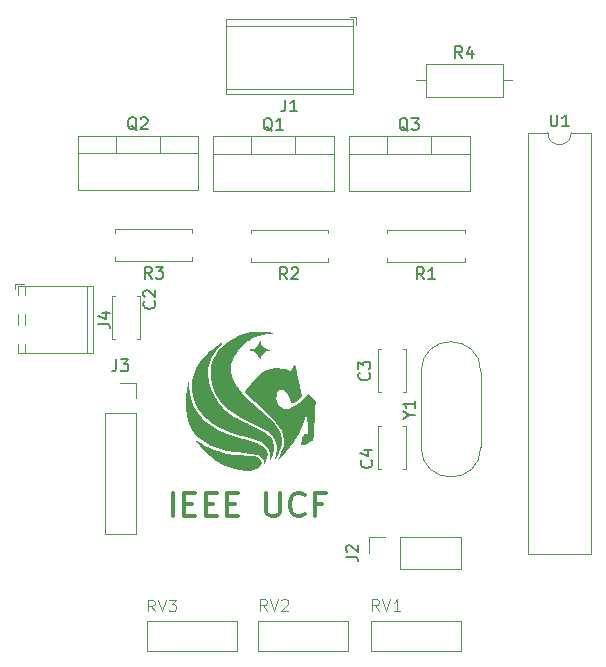
<source format=gbr>
%TF.GenerationSoftware,KiCad,Pcbnew,7.0.2*%
%TF.CreationDate,2023-06-27T07:08:14-04:00*%
%TF.ProjectId,RGB LED Controller,52474220-4c45-4442-9043-6f6e74726f6c,A*%
%TF.SameCoordinates,Original*%
%TF.FileFunction,Legend,Top*%
%TF.FilePolarity,Positive*%
%FSLAX46Y46*%
G04 Gerber Fmt 4.6, Leading zero omitted, Abs format (unit mm)*
G04 Created by KiCad (PCBNEW 7.0.2) date 2023-06-27 07:08:14*
%MOMM*%
%LPD*%
G01*
G04 APERTURE LIST*
%ADD10C,0.300000*%
%ADD11C,0.150000*%
%ADD12C,0.100000*%
%ADD13C,0.120000*%
G04 APERTURE END LIST*
D10*
X134076190Y-116055238D02*
X134076190Y-114055238D01*
X135028571Y-115007619D02*
X135695238Y-115007619D01*
X135980952Y-116055238D02*
X135028571Y-116055238D01*
X135028571Y-116055238D02*
X135028571Y-114055238D01*
X135028571Y-114055238D02*
X135980952Y-114055238D01*
X136838095Y-115007619D02*
X137504762Y-115007619D01*
X137790476Y-116055238D02*
X136838095Y-116055238D01*
X136838095Y-116055238D02*
X136838095Y-114055238D01*
X136838095Y-114055238D02*
X137790476Y-114055238D01*
X138647619Y-115007619D02*
X139314286Y-115007619D01*
X139600000Y-116055238D02*
X138647619Y-116055238D01*
X138647619Y-116055238D02*
X138647619Y-114055238D01*
X138647619Y-114055238D02*
X139600000Y-114055238D01*
X141980953Y-114055238D02*
X141980953Y-115674285D01*
X141980953Y-115674285D02*
X142076191Y-115864761D01*
X142076191Y-115864761D02*
X142171429Y-115960000D01*
X142171429Y-115960000D02*
X142361905Y-116055238D01*
X142361905Y-116055238D02*
X142742858Y-116055238D01*
X142742858Y-116055238D02*
X142933334Y-115960000D01*
X142933334Y-115960000D02*
X143028572Y-115864761D01*
X143028572Y-115864761D02*
X143123810Y-115674285D01*
X143123810Y-115674285D02*
X143123810Y-114055238D01*
X145219048Y-115864761D02*
X145123810Y-115960000D01*
X145123810Y-115960000D02*
X144838096Y-116055238D01*
X144838096Y-116055238D02*
X144647620Y-116055238D01*
X144647620Y-116055238D02*
X144361905Y-115960000D01*
X144361905Y-115960000D02*
X144171429Y-115769523D01*
X144171429Y-115769523D02*
X144076191Y-115579047D01*
X144076191Y-115579047D02*
X143980953Y-115198095D01*
X143980953Y-115198095D02*
X143980953Y-114912380D01*
X143980953Y-114912380D02*
X144076191Y-114531428D01*
X144076191Y-114531428D02*
X144171429Y-114340952D01*
X144171429Y-114340952D02*
X144361905Y-114150476D01*
X144361905Y-114150476D02*
X144647620Y-114055238D01*
X144647620Y-114055238D02*
X144838096Y-114055238D01*
X144838096Y-114055238D02*
X145123810Y-114150476D01*
X145123810Y-114150476D02*
X145219048Y-114245714D01*
X146742858Y-115007619D02*
X146076191Y-115007619D01*
X146076191Y-116055238D02*
X146076191Y-114055238D01*
X146076191Y-114055238D02*
X147028572Y-114055238D01*
D11*
%TO.C,U1*%
X166048095Y-82052619D02*
X166048095Y-82862142D01*
X166048095Y-82862142D02*
X166095714Y-82957380D01*
X166095714Y-82957380D02*
X166143333Y-83005000D01*
X166143333Y-83005000D02*
X166238571Y-83052619D01*
X166238571Y-83052619D02*
X166429047Y-83052619D01*
X166429047Y-83052619D02*
X166524285Y-83005000D01*
X166524285Y-83005000D02*
X166571904Y-82957380D01*
X166571904Y-82957380D02*
X166619523Y-82862142D01*
X166619523Y-82862142D02*
X166619523Y-82052619D01*
X167619523Y-83052619D02*
X167048095Y-83052619D01*
X167333809Y-83052619D02*
X167333809Y-82052619D01*
X167333809Y-82052619D02*
X167238571Y-82195476D01*
X167238571Y-82195476D02*
X167143333Y-82290714D01*
X167143333Y-82290714D02*
X167048095Y-82338333D01*
%TO.C,R1*%
X155333333Y-95992619D02*
X155000000Y-95516428D01*
X154761905Y-95992619D02*
X154761905Y-94992619D01*
X154761905Y-94992619D02*
X155142857Y-94992619D01*
X155142857Y-94992619D02*
X155238095Y-95040238D01*
X155238095Y-95040238D02*
X155285714Y-95087857D01*
X155285714Y-95087857D02*
X155333333Y-95183095D01*
X155333333Y-95183095D02*
X155333333Y-95325952D01*
X155333333Y-95325952D02*
X155285714Y-95421190D01*
X155285714Y-95421190D02*
X155238095Y-95468809D01*
X155238095Y-95468809D02*
X155142857Y-95516428D01*
X155142857Y-95516428D02*
X154761905Y-95516428D01*
X156285714Y-95992619D02*
X155714286Y-95992619D01*
X156000000Y-95992619D02*
X156000000Y-94992619D01*
X156000000Y-94992619D02*
X155904762Y-95135476D01*
X155904762Y-95135476D02*
X155809524Y-95230714D01*
X155809524Y-95230714D02*
X155714286Y-95278333D01*
%TO.C,C3*%
X150687380Y-103916666D02*
X150735000Y-103964285D01*
X150735000Y-103964285D02*
X150782619Y-104107142D01*
X150782619Y-104107142D02*
X150782619Y-104202380D01*
X150782619Y-104202380D02*
X150735000Y-104345237D01*
X150735000Y-104345237D02*
X150639761Y-104440475D01*
X150639761Y-104440475D02*
X150544523Y-104488094D01*
X150544523Y-104488094D02*
X150354047Y-104535713D01*
X150354047Y-104535713D02*
X150211190Y-104535713D01*
X150211190Y-104535713D02*
X150020714Y-104488094D01*
X150020714Y-104488094D02*
X149925476Y-104440475D01*
X149925476Y-104440475D02*
X149830238Y-104345237D01*
X149830238Y-104345237D02*
X149782619Y-104202380D01*
X149782619Y-104202380D02*
X149782619Y-104107142D01*
X149782619Y-104107142D02*
X149830238Y-103964285D01*
X149830238Y-103964285D02*
X149877857Y-103916666D01*
X149782619Y-103583332D02*
X149782619Y-102964285D01*
X149782619Y-102964285D02*
X150163571Y-103297618D01*
X150163571Y-103297618D02*
X150163571Y-103154761D01*
X150163571Y-103154761D02*
X150211190Y-103059523D01*
X150211190Y-103059523D02*
X150258809Y-103011904D01*
X150258809Y-103011904D02*
X150354047Y-102964285D01*
X150354047Y-102964285D02*
X150592142Y-102964285D01*
X150592142Y-102964285D02*
X150687380Y-103011904D01*
X150687380Y-103011904D02*
X150735000Y-103059523D01*
X150735000Y-103059523D02*
X150782619Y-103154761D01*
X150782619Y-103154761D02*
X150782619Y-103440475D01*
X150782619Y-103440475D02*
X150735000Y-103535713D01*
X150735000Y-103535713D02*
X150687380Y-103583332D01*
%TO.C,J3*%
X129286666Y-102772619D02*
X129286666Y-103486904D01*
X129286666Y-103486904D02*
X129239047Y-103629761D01*
X129239047Y-103629761D02*
X129143809Y-103725000D01*
X129143809Y-103725000D02*
X129000952Y-103772619D01*
X129000952Y-103772619D02*
X128905714Y-103772619D01*
X129667619Y-102772619D02*
X130286666Y-102772619D01*
X130286666Y-102772619D02*
X129953333Y-103153571D01*
X129953333Y-103153571D02*
X130096190Y-103153571D01*
X130096190Y-103153571D02*
X130191428Y-103201190D01*
X130191428Y-103201190D02*
X130239047Y-103248809D01*
X130239047Y-103248809D02*
X130286666Y-103344047D01*
X130286666Y-103344047D02*
X130286666Y-103582142D01*
X130286666Y-103582142D02*
X130239047Y-103677380D01*
X130239047Y-103677380D02*
X130191428Y-103725000D01*
X130191428Y-103725000D02*
X130096190Y-103772619D01*
X130096190Y-103772619D02*
X129810476Y-103772619D01*
X129810476Y-103772619D02*
X129715238Y-103725000D01*
X129715238Y-103725000D02*
X129667619Y-103677380D01*
%TO.C,Q3*%
X153984761Y-83447857D02*
X153889523Y-83400238D01*
X153889523Y-83400238D02*
X153794285Y-83305000D01*
X153794285Y-83305000D02*
X153651428Y-83162142D01*
X153651428Y-83162142D02*
X153556190Y-83114523D01*
X153556190Y-83114523D02*
X153460952Y-83114523D01*
X153508571Y-83352619D02*
X153413333Y-83305000D01*
X153413333Y-83305000D02*
X153318095Y-83209761D01*
X153318095Y-83209761D02*
X153270476Y-83019285D01*
X153270476Y-83019285D02*
X153270476Y-82685952D01*
X153270476Y-82685952D02*
X153318095Y-82495476D01*
X153318095Y-82495476D02*
X153413333Y-82400238D01*
X153413333Y-82400238D02*
X153508571Y-82352619D01*
X153508571Y-82352619D02*
X153699047Y-82352619D01*
X153699047Y-82352619D02*
X153794285Y-82400238D01*
X153794285Y-82400238D02*
X153889523Y-82495476D01*
X153889523Y-82495476D02*
X153937142Y-82685952D01*
X153937142Y-82685952D02*
X153937142Y-83019285D01*
X153937142Y-83019285D02*
X153889523Y-83209761D01*
X153889523Y-83209761D02*
X153794285Y-83305000D01*
X153794285Y-83305000D02*
X153699047Y-83352619D01*
X153699047Y-83352619D02*
X153508571Y-83352619D01*
X154270476Y-82352619D02*
X154889523Y-82352619D01*
X154889523Y-82352619D02*
X154556190Y-82733571D01*
X154556190Y-82733571D02*
X154699047Y-82733571D01*
X154699047Y-82733571D02*
X154794285Y-82781190D01*
X154794285Y-82781190D02*
X154841904Y-82828809D01*
X154841904Y-82828809D02*
X154889523Y-82924047D01*
X154889523Y-82924047D02*
X154889523Y-83162142D01*
X154889523Y-83162142D02*
X154841904Y-83257380D01*
X154841904Y-83257380D02*
X154794285Y-83305000D01*
X154794285Y-83305000D02*
X154699047Y-83352619D01*
X154699047Y-83352619D02*
X154413333Y-83352619D01*
X154413333Y-83352619D02*
X154318095Y-83305000D01*
X154318095Y-83305000D02*
X154270476Y-83257380D01*
%TO.C,J1*%
X143596666Y-80782619D02*
X143596666Y-81496904D01*
X143596666Y-81496904D02*
X143549047Y-81639761D01*
X143549047Y-81639761D02*
X143453809Y-81735000D01*
X143453809Y-81735000D02*
X143310952Y-81782619D01*
X143310952Y-81782619D02*
X143215714Y-81782619D01*
X144596666Y-81782619D02*
X144025238Y-81782619D01*
X144310952Y-81782619D02*
X144310952Y-80782619D01*
X144310952Y-80782619D02*
X144215714Y-80925476D01*
X144215714Y-80925476D02*
X144120476Y-81020714D01*
X144120476Y-81020714D02*
X144025238Y-81068333D01*
D12*
%TO.C,RV1*%
X151524761Y-124082619D02*
X151191428Y-123606428D01*
X150953333Y-124082619D02*
X150953333Y-123082619D01*
X150953333Y-123082619D02*
X151334285Y-123082619D01*
X151334285Y-123082619D02*
X151429523Y-123130238D01*
X151429523Y-123130238D02*
X151477142Y-123177857D01*
X151477142Y-123177857D02*
X151524761Y-123273095D01*
X151524761Y-123273095D02*
X151524761Y-123415952D01*
X151524761Y-123415952D02*
X151477142Y-123511190D01*
X151477142Y-123511190D02*
X151429523Y-123558809D01*
X151429523Y-123558809D02*
X151334285Y-123606428D01*
X151334285Y-123606428D02*
X150953333Y-123606428D01*
X151810476Y-123082619D02*
X152143809Y-124082619D01*
X152143809Y-124082619D02*
X152477142Y-123082619D01*
X153334285Y-124082619D02*
X152762857Y-124082619D01*
X153048571Y-124082619D02*
X153048571Y-123082619D01*
X153048571Y-123082619D02*
X152953333Y-123225476D01*
X152953333Y-123225476D02*
X152858095Y-123320714D01*
X152858095Y-123320714D02*
X152762857Y-123368333D01*
%TO.C,RV2*%
X142024761Y-124082619D02*
X141691428Y-123606428D01*
X141453333Y-124082619D02*
X141453333Y-123082619D01*
X141453333Y-123082619D02*
X141834285Y-123082619D01*
X141834285Y-123082619D02*
X141929523Y-123130238D01*
X141929523Y-123130238D02*
X141977142Y-123177857D01*
X141977142Y-123177857D02*
X142024761Y-123273095D01*
X142024761Y-123273095D02*
X142024761Y-123415952D01*
X142024761Y-123415952D02*
X141977142Y-123511190D01*
X141977142Y-123511190D02*
X141929523Y-123558809D01*
X141929523Y-123558809D02*
X141834285Y-123606428D01*
X141834285Y-123606428D02*
X141453333Y-123606428D01*
X142310476Y-123082619D02*
X142643809Y-124082619D01*
X142643809Y-124082619D02*
X142977142Y-123082619D01*
X143262857Y-123177857D02*
X143310476Y-123130238D01*
X143310476Y-123130238D02*
X143405714Y-123082619D01*
X143405714Y-123082619D02*
X143643809Y-123082619D01*
X143643809Y-123082619D02*
X143739047Y-123130238D01*
X143739047Y-123130238D02*
X143786666Y-123177857D01*
X143786666Y-123177857D02*
X143834285Y-123273095D01*
X143834285Y-123273095D02*
X143834285Y-123368333D01*
X143834285Y-123368333D02*
X143786666Y-123511190D01*
X143786666Y-123511190D02*
X143215238Y-124082619D01*
X143215238Y-124082619D02*
X143834285Y-124082619D01*
D11*
%TO.C,R2*%
X143753333Y-95992619D02*
X143420000Y-95516428D01*
X143181905Y-95992619D02*
X143181905Y-94992619D01*
X143181905Y-94992619D02*
X143562857Y-94992619D01*
X143562857Y-94992619D02*
X143658095Y-95040238D01*
X143658095Y-95040238D02*
X143705714Y-95087857D01*
X143705714Y-95087857D02*
X143753333Y-95183095D01*
X143753333Y-95183095D02*
X143753333Y-95325952D01*
X143753333Y-95325952D02*
X143705714Y-95421190D01*
X143705714Y-95421190D02*
X143658095Y-95468809D01*
X143658095Y-95468809D02*
X143562857Y-95516428D01*
X143562857Y-95516428D02*
X143181905Y-95516428D01*
X144134286Y-95087857D02*
X144181905Y-95040238D01*
X144181905Y-95040238D02*
X144277143Y-94992619D01*
X144277143Y-94992619D02*
X144515238Y-94992619D01*
X144515238Y-94992619D02*
X144610476Y-95040238D01*
X144610476Y-95040238D02*
X144658095Y-95087857D01*
X144658095Y-95087857D02*
X144705714Y-95183095D01*
X144705714Y-95183095D02*
X144705714Y-95278333D01*
X144705714Y-95278333D02*
X144658095Y-95421190D01*
X144658095Y-95421190D02*
X144086667Y-95992619D01*
X144086667Y-95992619D02*
X144705714Y-95992619D01*
%TO.C,Q1*%
X142484761Y-83447857D02*
X142389523Y-83400238D01*
X142389523Y-83400238D02*
X142294285Y-83305000D01*
X142294285Y-83305000D02*
X142151428Y-83162142D01*
X142151428Y-83162142D02*
X142056190Y-83114523D01*
X142056190Y-83114523D02*
X141960952Y-83114523D01*
X142008571Y-83352619D02*
X141913333Y-83305000D01*
X141913333Y-83305000D02*
X141818095Y-83209761D01*
X141818095Y-83209761D02*
X141770476Y-83019285D01*
X141770476Y-83019285D02*
X141770476Y-82685952D01*
X141770476Y-82685952D02*
X141818095Y-82495476D01*
X141818095Y-82495476D02*
X141913333Y-82400238D01*
X141913333Y-82400238D02*
X142008571Y-82352619D01*
X142008571Y-82352619D02*
X142199047Y-82352619D01*
X142199047Y-82352619D02*
X142294285Y-82400238D01*
X142294285Y-82400238D02*
X142389523Y-82495476D01*
X142389523Y-82495476D02*
X142437142Y-82685952D01*
X142437142Y-82685952D02*
X142437142Y-83019285D01*
X142437142Y-83019285D02*
X142389523Y-83209761D01*
X142389523Y-83209761D02*
X142294285Y-83305000D01*
X142294285Y-83305000D02*
X142199047Y-83352619D01*
X142199047Y-83352619D02*
X142008571Y-83352619D01*
X143389523Y-83352619D02*
X142818095Y-83352619D01*
X143103809Y-83352619D02*
X143103809Y-82352619D01*
X143103809Y-82352619D02*
X143008571Y-82495476D01*
X143008571Y-82495476D02*
X142913333Y-82590714D01*
X142913333Y-82590714D02*
X142818095Y-82638333D01*
%TO.C,Q2*%
X131024761Y-83392857D02*
X130929523Y-83345238D01*
X130929523Y-83345238D02*
X130834285Y-83250000D01*
X130834285Y-83250000D02*
X130691428Y-83107142D01*
X130691428Y-83107142D02*
X130596190Y-83059523D01*
X130596190Y-83059523D02*
X130500952Y-83059523D01*
X130548571Y-83297619D02*
X130453333Y-83250000D01*
X130453333Y-83250000D02*
X130358095Y-83154761D01*
X130358095Y-83154761D02*
X130310476Y-82964285D01*
X130310476Y-82964285D02*
X130310476Y-82630952D01*
X130310476Y-82630952D02*
X130358095Y-82440476D01*
X130358095Y-82440476D02*
X130453333Y-82345238D01*
X130453333Y-82345238D02*
X130548571Y-82297619D01*
X130548571Y-82297619D02*
X130739047Y-82297619D01*
X130739047Y-82297619D02*
X130834285Y-82345238D01*
X130834285Y-82345238D02*
X130929523Y-82440476D01*
X130929523Y-82440476D02*
X130977142Y-82630952D01*
X130977142Y-82630952D02*
X130977142Y-82964285D01*
X130977142Y-82964285D02*
X130929523Y-83154761D01*
X130929523Y-83154761D02*
X130834285Y-83250000D01*
X130834285Y-83250000D02*
X130739047Y-83297619D01*
X130739047Y-83297619D02*
X130548571Y-83297619D01*
X131358095Y-82392857D02*
X131405714Y-82345238D01*
X131405714Y-82345238D02*
X131500952Y-82297619D01*
X131500952Y-82297619D02*
X131739047Y-82297619D01*
X131739047Y-82297619D02*
X131834285Y-82345238D01*
X131834285Y-82345238D02*
X131881904Y-82392857D01*
X131881904Y-82392857D02*
X131929523Y-82488095D01*
X131929523Y-82488095D02*
X131929523Y-82583333D01*
X131929523Y-82583333D02*
X131881904Y-82726190D01*
X131881904Y-82726190D02*
X131310476Y-83297619D01*
X131310476Y-83297619D02*
X131929523Y-83297619D01*
%TO.C,C4*%
X150867380Y-111326666D02*
X150915000Y-111374285D01*
X150915000Y-111374285D02*
X150962619Y-111517142D01*
X150962619Y-111517142D02*
X150962619Y-111612380D01*
X150962619Y-111612380D02*
X150915000Y-111755237D01*
X150915000Y-111755237D02*
X150819761Y-111850475D01*
X150819761Y-111850475D02*
X150724523Y-111898094D01*
X150724523Y-111898094D02*
X150534047Y-111945713D01*
X150534047Y-111945713D02*
X150391190Y-111945713D01*
X150391190Y-111945713D02*
X150200714Y-111898094D01*
X150200714Y-111898094D02*
X150105476Y-111850475D01*
X150105476Y-111850475D02*
X150010238Y-111755237D01*
X150010238Y-111755237D02*
X149962619Y-111612380D01*
X149962619Y-111612380D02*
X149962619Y-111517142D01*
X149962619Y-111517142D02*
X150010238Y-111374285D01*
X150010238Y-111374285D02*
X150057857Y-111326666D01*
X150295952Y-110469523D02*
X150962619Y-110469523D01*
X149915000Y-110707618D02*
X150629285Y-110945713D01*
X150629285Y-110945713D02*
X150629285Y-110326666D01*
%TO.C,J4*%
X127742619Y-99763333D02*
X128456904Y-99763333D01*
X128456904Y-99763333D02*
X128599761Y-99810952D01*
X128599761Y-99810952D02*
X128695000Y-99906190D01*
X128695000Y-99906190D02*
X128742619Y-100049047D01*
X128742619Y-100049047D02*
X128742619Y-100144285D01*
X128075952Y-98858571D02*
X128742619Y-98858571D01*
X127695000Y-99096666D02*
X128409285Y-99334761D01*
X128409285Y-99334761D02*
X128409285Y-98715714D01*
%TO.C,C2*%
X132487380Y-97866666D02*
X132535000Y-97914285D01*
X132535000Y-97914285D02*
X132582619Y-98057142D01*
X132582619Y-98057142D02*
X132582619Y-98152380D01*
X132582619Y-98152380D02*
X132535000Y-98295237D01*
X132535000Y-98295237D02*
X132439761Y-98390475D01*
X132439761Y-98390475D02*
X132344523Y-98438094D01*
X132344523Y-98438094D02*
X132154047Y-98485713D01*
X132154047Y-98485713D02*
X132011190Y-98485713D01*
X132011190Y-98485713D02*
X131820714Y-98438094D01*
X131820714Y-98438094D02*
X131725476Y-98390475D01*
X131725476Y-98390475D02*
X131630238Y-98295237D01*
X131630238Y-98295237D02*
X131582619Y-98152380D01*
X131582619Y-98152380D02*
X131582619Y-98057142D01*
X131582619Y-98057142D02*
X131630238Y-97914285D01*
X131630238Y-97914285D02*
X131677857Y-97866666D01*
X131677857Y-97485713D02*
X131630238Y-97438094D01*
X131630238Y-97438094D02*
X131582619Y-97342856D01*
X131582619Y-97342856D02*
X131582619Y-97104761D01*
X131582619Y-97104761D02*
X131630238Y-97009523D01*
X131630238Y-97009523D02*
X131677857Y-96961904D01*
X131677857Y-96961904D02*
X131773095Y-96914285D01*
X131773095Y-96914285D02*
X131868333Y-96914285D01*
X131868333Y-96914285D02*
X132011190Y-96961904D01*
X132011190Y-96961904D02*
X132582619Y-97533332D01*
X132582619Y-97533332D02*
X132582619Y-96914285D01*
%TO.C,J2*%
X148732619Y-119493333D02*
X149446904Y-119493333D01*
X149446904Y-119493333D02*
X149589761Y-119540952D01*
X149589761Y-119540952D02*
X149685000Y-119636190D01*
X149685000Y-119636190D02*
X149732619Y-119779047D01*
X149732619Y-119779047D02*
X149732619Y-119874285D01*
X148827857Y-119064761D02*
X148780238Y-119017142D01*
X148780238Y-119017142D02*
X148732619Y-118921904D01*
X148732619Y-118921904D02*
X148732619Y-118683809D01*
X148732619Y-118683809D02*
X148780238Y-118588571D01*
X148780238Y-118588571D02*
X148827857Y-118540952D01*
X148827857Y-118540952D02*
X148923095Y-118493333D01*
X148923095Y-118493333D02*
X149018333Y-118493333D01*
X149018333Y-118493333D02*
X149161190Y-118540952D01*
X149161190Y-118540952D02*
X149732619Y-119112380D01*
X149732619Y-119112380D02*
X149732619Y-118493333D01*
%TO.C,R4*%
X158573333Y-77252619D02*
X158240000Y-76776428D01*
X158001905Y-77252619D02*
X158001905Y-76252619D01*
X158001905Y-76252619D02*
X158382857Y-76252619D01*
X158382857Y-76252619D02*
X158478095Y-76300238D01*
X158478095Y-76300238D02*
X158525714Y-76347857D01*
X158525714Y-76347857D02*
X158573333Y-76443095D01*
X158573333Y-76443095D02*
X158573333Y-76585952D01*
X158573333Y-76585952D02*
X158525714Y-76681190D01*
X158525714Y-76681190D02*
X158478095Y-76728809D01*
X158478095Y-76728809D02*
X158382857Y-76776428D01*
X158382857Y-76776428D02*
X158001905Y-76776428D01*
X159430476Y-76585952D02*
X159430476Y-77252619D01*
X159192381Y-76205000D02*
X158954286Y-76919285D01*
X158954286Y-76919285D02*
X159573333Y-76919285D01*
%TO.C,R3*%
X132293333Y-95937619D02*
X131960000Y-95461428D01*
X131721905Y-95937619D02*
X131721905Y-94937619D01*
X131721905Y-94937619D02*
X132102857Y-94937619D01*
X132102857Y-94937619D02*
X132198095Y-94985238D01*
X132198095Y-94985238D02*
X132245714Y-95032857D01*
X132245714Y-95032857D02*
X132293333Y-95128095D01*
X132293333Y-95128095D02*
X132293333Y-95270952D01*
X132293333Y-95270952D02*
X132245714Y-95366190D01*
X132245714Y-95366190D02*
X132198095Y-95413809D01*
X132198095Y-95413809D02*
X132102857Y-95461428D01*
X132102857Y-95461428D02*
X131721905Y-95461428D01*
X132626667Y-94937619D02*
X133245714Y-94937619D01*
X133245714Y-94937619D02*
X132912381Y-95318571D01*
X132912381Y-95318571D02*
X133055238Y-95318571D01*
X133055238Y-95318571D02*
X133150476Y-95366190D01*
X133150476Y-95366190D02*
X133198095Y-95413809D01*
X133198095Y-95413809D02*
X133245714Y-95509047D01*
X133245714Y-95509047D02*
X133245714Y-95747142D01*
X133245714Y-95747142D02*
X133198095Y-95842380D01*
X133198095Y-95842380D02*
X133150476Y-95890000D01*
X133150476Y-95890000D02*
X133055238Y-95937619D01*
X133055238Y-95937619D02*
X132769524Y-95937619D01*
X132769524Y-95937619D02*
X132674286Y-95890000D01*
X132674286Y-95890000D02*
X132626667Y-95842380D01*
%TO.C,Y1*%
X154081428Y-107486190D02*
X154557619Y-107486190D01*
X153557619Y-107819523D02*
X154081428Y-107486190D01*
X154081428Y-107486190D02*
X153557619Y-107152857D01*
X154557619Y-106295714D02*
X154557619Y-106867142D01*
X154557619Y-106581428D02*
X153557619Y-106581428D01*
X153557619Y-106581428D02*
X153700476Y-106676666D01*
X153700476Y-106676666D02*
X153795714Y-106771904D01*
X153795714Y-106771904D02*
X153843333Y-106867142D01*
D12*
%TO.C,RV3*%
X132524761Y-124122619D02*
X132191428Y-123646428D01*
X131953333Y-124122619D02*
X131953333Y-123122619D01*
X131953333Y-123122619D02*
X132334285Y-123122619D01*
X132334285Y-123122619D02*
X132429523Y-123170238D01*
X132429523Y-123170238D02*
X132477142Y-123217857D01*
X132477142Y-123217857D02*
X132524761Y-123313095D01*
X132524761Y-123313095D02*
X132524761Y-123455952D01*
X132524761Y-123455952D02*
X132477142Y-123551190D01*
X132477142Y-123551190D02*
X132429523Y-123598809D01*
X132429523Y-123598809D02*
X132334285Y-123646428D01*
X132334285Y-123646428D02*
X131953333Y-123646428D01*
X132810476Y-123122619D02*
X133143809Y-124122619D01*
X133143809Y-124122619D02*
X133477142Y-123122619D01*
X133715238Y-123122619D02*
X134334285Y-123122619D01*
X134334285Y-123122619D02*
X134000952Y-123503571D01*
X134000952Y-123503571D02*
X134143809Y-123503571D01*
X134143809Y-123503571D02*
X134239047Y-123551190D01*
X134239047Y-123551190D02*
X134286666Y-123598809D01*
X134286666Y-123598809D02*
X134334285Y-123694047D01*
X134334285Y-123694047D02*
X134334285Y-123932142D01*
X134334285Y-123932142D02*
X134286666Y-124027380D01*
X134286666Y-124027380D02*
X134239047Y-124075000D01*
X134239047Y-124075000D02*
X134143809Y-124122619D01*
X134143809Y-124122619D02*
X133858095Y-124122619D01*
X133858095Y-124122619D02*
X133762857Y-124075000D01*
X133762857Y-124075000D02*
X133715238Y-124027380D01*
D13*
%TO.C,U1*%
X164160000Y-83590000D02*
X164160000Y-119270000D01*
X164160000Y-119270000D02*
X169460000Y-119270000D01*
X165810000Y-83590000D02*
X164160000Y-83590000D01*
X169460000Y-83590000D02*
X167810000Y-83590000D01*
X169460000Y-119270000D02*
X169460000Y-83590000D01*
X165810000Y-83590000D02*
G75*
G03*
X167810000Y-83590000I1000000J0D01*
G01*
%TO.C,R1*%
X158770000Y-94530000D02*
X152230000Y-94530000D01*
X158770000Y-94200000D02*
X158770000Y-94530000D01*
X158770000Y-92120000D02*
X158770000Y-91790000D01*
X158770000Y-91790000D02*
X152230000Y-91790000D01*
X152230000Y-94530000D02*
X152230000Y-94200000D01*
X152230000Y-91790000D02*
X152230000Y-92120000D01*
%TO.C,C3*%
X151450000Y-105570000D02*
X151695000Y-105570000D01*
X151450000Y-105570000D02*
X151450000Y-101930000D01*
X153545000Y-105570000D02*
X153790000Y-105570000D01*
X153790000Y-105570000D02*
X153790000Y-101930000D01*
X151450000Y-101930000D02*
X151695000Y-101930000D01*
X153545000Y-101930000D02*
X153790000Y-101930000D01*
%TO.C,J3*%
X128290000Y-107350000D02*
X128290000Y-117570000D01*
X128290000Y-107350000D02*
X130950000Y-107350000D01*
X128290000Y-117570000D02*
X130950000Y-117570000D01*
X129620000Y-104750000D02*
X130950000Y-104750000D01*
X130950000Y-104750000D02*
X130950000Y-106080000D01*
X130950000Y-107350000D02*
X130950000Y-117570000D01*
%TO.C,Q3*%
X148960000Y-83890000D02*
X148960000Y-88531000D01*
X148960000Y-83890000D02*
X159200000Y-83890000D01*
X148960000Y-85400000D02*
X159200000Y-85400000D01*
X148960000Y-88531000D02*
X159200000Y-88531000D01*
X152230000Y-83890000D02*
X152230000Y-85400000D01*
X155931000Y-83890000D02*
X155931000Y-85400000D01*
X159200000Y-83890000D02*
X159200000Y-88531000D01*
%TO.C,J1*%
X149540000Y-74500000D02*
X149540000Y-73760000D01*
X149540000Y-73760000D02*
X149040000Y-73760000D01*
X149300000Y-80320000D02*
X149300000Y-74000000D01*
X149300000Y-80320000D02*
X138560000Y-80320000D01*
X149300000Y-79860000D02*
X138560000Y-79860000D01*
X149300000Y-74560000D02*
X138560000Y-74560000D01*
X149300000Y-74000000D02*
X138560000Y-74000000D01*
X138560000Y-80320000D02*
X138560000Y-74000000D01*
%TO.C,G\u002A\u002A\u002A*%
G36*
X141495567Y-101222545D02*
G01*
X141507495Y-101297374D01*
X141553864Y-101471856D01*
X141673003Y-101649888D01*
X141836392Y-101802806D01*
X142015513Y-101901947D01*
X142130990Y-101924018D01*
X142238646Y-101946130D01*
X142280882Y-101977731D01*
X142263073Y-102018412D01*
X142190649Y-102031292D01*
X141986066Y-102080732D01*
X141790448Y-102213395D01*
X141627275Y-102406774D01*
X141520023Y-102638360D01*
X141507614Y-102686106D01*
X141478576Y-102792734D01*
X141454882Y-102804087D01*
X141431976Y-102751471D01*
X141301533Y-102466517D01*
X141133610Y-102241544D01*
X140942922Y-102091558D01*
X140744185Y-102031566D01*
X140725512Y-102031093D01*
X140629070Y-102011785D01*
X140600000Y-101977731D01*
X140645817Y-101938166D01*
X140738511Y-101924370D01*
X140926868Y-101879488D01*
X141114574Y-101762502D01*
X141273809Y-101599904D01*
X141376751Y-101418185D01*
X141400420Y-101294072D01*
X141421032Y-101202051D01*
X141453782Y-101177311D01*
X141495567Y-101222545D01*
G37*
G36*
X136028797Y-109587515D02*
G01*
X136137075Y-109656205D01*
X136253612Y-109740995D01*
X136494495Y-109900326D01*
X136812701Y-110074540D01*
X137182364Y-110251291D01*
X137577616Y-110418238D01*
X137972588Y-110563037D01*
X137985294Y-110567287D01*
X138357466Y-110674698D01*
X138778664Y-110763319D01*
X139263872Y-110835451D01*
X139828070Y-110893395D01*
X140359874Y-110931918D01*
X140729781Y-110960214D01*
X141009074Y-110996710D01*
X141213820Y-111046716D01*
X141360090Y-111115544D01*
X141463951Y-111208505D01*
X141536305Y-111320765D01*
X141596292Y-111530864D01*
X141555420Y-111723280D01*
X141418923Y-111891886D01*
X141192038Y-112030556D01*
X140880000Y-112133162D01*
X140833193Y-112143587D01*
X140595489Y-112188373D01*
X140390299Y-112210171D01*
X140182241Y-112209050D01*
X139935931Y-112185080D01*
X139664386Y-112145912D01*
X138993584Y-111992671D01*
X138359434Y-111745617D01*
X137755613Y-111401396D01*
X137175798Y-110956658D01*
X136851364Y-110654657D01*
X136687039Y-110483779D01*
X136513301Y-110290080D01*
X136343721Y-110090433D01*
X136191870Y-109901710D01*
X136071317Y-109740782D01*
X135995634Y-109624521D01*
X135978392Y-109569799D01*
X135978597Y-109569582D01*
X136028797Y-109587515D01*
G37*
G36*
X135481241Y-105126051D02*
G01*
X135526172Y-105600036D01*
X135603519Y-106009959D01*
X135723658Y-106396183D01*
X135896967Y-106799067D01*
X135927646Y-106862324D01*
X136185542Y-107308629D01*
X136503474Y-107713154D01*
X136887950Y-108080041D01*
X137345482Y-108413431D01*
X137882580Y-108717466D01*
X138505753Y-108996288D01*
X139221513Y-109254039D01*
X140036368Y-109494861D01*
X140086670Y-109508360D01*
X140394939Y-109594797D01*
X140696084Y-109686545D01*
X140961187Y-109774305D01*
X141161329Y-109848779D01*
X141208877Y-109869166D01*
X141580602Y-110074378D01*
X141851718Y-110306281D01*
X142021230Y-110562890D01*
X142088141Y-110842223D01*
X142051453Y-111142296D01*
X141961729Y-111367325D01*
X141857446Y-111557198D01*
X141788055Y-111646292D01*
X141753471Y-111634658D01*
X141753609Y-111522346D01*
X141757931Y-111486796D01*
X141760849Y-111326580D01*
X141705136Y-111195910D01*
X141644558Y-111117020D01*
X141523999Y-111004518D01*
X141364099Y-110915766D01*
X141150111Y-110846673D01*
X140867290Y-110793147D01*
X140500888Y-110751097D01*
X140253151Y-110730997D01*
X139377946Y-110641436D01*
X138595578Y-110505853D01*
X137901923Y-110322813D01*
X137292857Y-110090882D01*
X136764255Y-109808623D01*
X136311993Y-109474603D01*
X136117647Y-109292258D01*
X135877093Y-109020692D01*
X135683017Y-108733530D01*
X135519917Y-108402837D01*
X135372288Y-108000676D01*
X135334646Y-107881354D01*
X135238611Y-107462002D01*
X135180594Y-106974239D01*
X135160353Y-106449286D01*
X135177647Y-105918359D01*
X135232233Y-105412679D01*
X135323870Y-104963464D01*
X135358159Y-104845615D01*
X135446529Y-104565756D01*
X135481241Y-105126051D01*
G37*
G36*
X138270188Y-101405854D02*
G01*
X138193956Y-101504942D01*
X138117613Y-101587653D01*
X137710702Y-102061562D01*
X137406135Y-102551960D01*
X137199746Y-103068604D01*
X137087369Y-103621248D01*
X137062285Y-104058824D01*
X137111386Y-104671550D01*
X137262144Y-105257844D01*
X137515265Y-105819112D01*
X137871450Y-106356764D01*
X138331405Y-106872206D01*
X138586709Y-107109907D01*
X138812649Y-107303513D01*
X139024132Y-107470056D01*
X139239331Y-107620535D01*
X139476420Y-107765948D01*
X139753575Y-107917294D01*
X140088968Y-108085569D01*
X140500775Y-108281774D01*
X140599296Y-108327850D01*
X141078251Y-108555427D01*
X141468774Y-108751722D01*
X141781772Y-108924466D01*
X142028150Y-109081389D01*
X142218814Y-109230221D01*
X142364670Y-109378692D01*
X142476623Y-109534533D01*
X142565579Y-109705474D01*
X142575895Y-109728912D01*
X142674706Y-110086851D01*
X142678398Y-110464625D01*
X142590170Y-110840567D01*
X142413227Y-111193010D01*
X142345492Y-111288099D01*
X142303436Y-111334927D01*
X142282445Y-111324939D01*
X142279207Y-111242427D01*
X142290407Y-111071681D01*
X142292995Y-111039143D01*
X142302654Y-110818602D01*
X142284291Y-110654743D01*
X142230684Y-110499573D01*
X142202761Y-110439471D01*
X142041642Y-110189081D01*
X141811898Y-109970214D01*
X141505071Y-109778011D01*
X141112703Y-109607615D01*
X140626337Y-109454166D01*
X140374574Y-109389355D01*
X139801642Y-109242331D01*
X139308427Y-109097153D01*
X138868488Y-108944702D01*
X138455384Y-108775855D01*
X138065336Y-108592764D01*
X137449429Y-108245885D01*
X136932191Y-107863088D01*
X136510188Y-107439511D01*
X136179985Y-106970295D01*
X135938147Y-106450578D01*
X135781240Y-105875500D01*
X135706620Y-105254548D01*
X135719962Y-104643775D01*
X135831766Y-104063987D01*
X136043672Y-103511384D01*
X136357321Y-102982167D01*
X136774352Y-102472537D01*
X137009818Y-102235573D01*
X137161696Y-102101993D01*
X137351832Y-101950595D01*
X137562262Y-101793753D01*
X137775021Y-101643840D01*
X137972147Y-101513229D01*
X138135673Y-101414294D01*
X138247637Y-101359407D01*
X138287815Y-101355322D01*
X138270188Y-101405854D01*
G37*
G36*
X141877474Y-100446856D02*
G01*
X142142794Y-100458848D01*
X142356842Y-100480415D01*
X142498220Y-100511189D01*
X142538291Y-100532912D01*
X142546120Y-100572181D01*
X142460523Y-100589048D01*
X142401766Y-100590336D01*
X142061837Y-100621893D01*
X141670158Y-100709523D01*
X141258343Y-100842667D01*
X140858007Y-101010766D01*
X140500766Y-101203262D01*
X140429007Y-101249221D01*
X140090327Y-101513535D01*
X139761763Y-101841276D01*
X139472496Y-102199748D01*
X139251709Y-102556256D01*
X139237855Y-102583760D01*
X139133711Y-102809209D01*
X139069697Y-102998154D01*
X139033449Y-103198465D01*
X139012759Y-103455271D01*
X139003447Y-103710047D01*
X139013417Y-103904315D01*
X139048332Y-104083418D01*
X139113852Y-104292697D01*
X139119279Y-104308349D01*
X139252466Y-104628557D01*
X139433296Y-104952772D01*
X139668683Y-105289112D01*
X139965543Y-105645691D01*
X140330790Y-106030626D01*
X140771340Y-106452031D01*
X141294105Y-106918023D01*
X141476579Y-107075060D01*
X141898508Y-107441071D01*
X142243774Y-107754620D01*
X142521615Y-108026571D01*
X142741272Y-108267788D01*
X142911983Y-108489136D01*
X143042990Y-108701479D01*
X143143530Y-108915683D01*
X143216039Y-109120432D01*
X143304726Y-109523045D01*
X143305757Y-109903600D01*
X143219333Y-110300460D01*
X143152241Y-110482274D01*
X143061703Y-110683766D01*
X142960678Y-110881069D01*
X142862126Y-111050313D01*
X142779007Y-111167630D01*
X142725902Y-111209244D01*
X142720271Y-111166380D01*
X142753189Y-111058856D01*
X142773576Y-111009139D01*
X142834405Y-110784917D01*
X142860396Y-110497672D01*
X142851847Y-110185151D01*
X142809060Y-109885103D01*
X142763297Y-109715430D01*
X142686694Y-109529388D01*
X142583270Y-109358056D01*
X142443439Y-109194438D01*
X142257618Y-109031539D01*
X142016221Y-108862362D01*
X141709665Y-108679913D01*
X141328364Y-108477196D01*
X140862734Y-108247215D01*
X140544043Y-108095655D01*
X139873644Y-107757172D01*
X139299692Y-107415384D01*
X138812060Y-107061334D01*
X138400620Y-106686064D01*
X138055248Y-106280615D01*
X137765815Y-105836030D01*
X137580592Y-105474188D01*
X137368650Y-104901260D01*
X137262361Y-104324783D01*
X137260744Y-103736916D01*
X137314399Y-103349970D01*
X137457141Y-102847416D01*
X137689323Y-102381340D01*
X138018592Y-101937251D01*
X138117597Y-101827298D01*
X138598235Y-101383452D01*
X139132973Y-101027024D01*
X139727244Y-100755257D01*
X140386483Y-100565398D01*
X140731436Y-100501959D01*
X140987862Y-100471989D01*
X141278610Y-100453060D01*
X141582280Y-100444804D01*
X141877474Y-100446856D01*
G37*
G36*
X144446325Y-103231723D02*
G01*
X144468300Y-103312609D01*
X144507289Y-103482305D01*
X144559881Y-103724872D01*
X144622662Y-104024371D01*
X144692220Y-104364864D01*
X144739437Y-104600556D01*
X144990333Y-105862667D01*
X144876862Y-106022023D01*
X144781856Y-106124649D01*
X144639159Y-106245973D01*
X144478080Y-106364804D01*
X144327930Y-106459951D01*
X144218019Y-106510224D01*
X144197219Y-106513387D01*
X144154396Y-106468052D01*
X144083225Y-106347496D01*
X143996896Y-106174804D01*
X143968880Y-106113763D01*
X143801340Y-105799474D01*
X143622740Y-105564268D01*
X143442613Y-105409823D01*
X143270492Y-105337817D01*
X143115909Y-105349932D01*
X142988397Y-105447845D01*
X142897488Y-105633236D01*
X142852715Y-105907784D01*
X142852204Y-105917050D01*
X142846961Y-106121419D01*
X142864572Y-106264894D01*
X142915700Y-106392603D01*
X142996321Y-106526899D01*
X143208075Y-106783734D01*
X143447770Y-106939870D01*
X143712591Y-106993484D01*
X143716511Y-106993498D01*
X143926343Y-106954404D01*
X144182158Y-106846039D01*
X144463057Y-106682298D01*
X144748140Y-106477075D01*
X145016506Y-106244266D01*
X145247257Y-105997764D01*
X145284909Y-105950803D01*
X145396510Y-105820498D01*
X145489800Y-105734131D01*
X145531393Y-105713025D01*
X145595116Y-105748983D01*
X145709617Y-105844413D01*
X145852978Y-105980652D01*
X145891689Y-106019853D01*
X146190751Y-106326681D01*
X146145764Y-106967017D01*
X146126855Y-107247985D01*
X146104458Y-107599402D01*
X146080806Y-107985145D01*
X146058134Y-108369095D01*
X146047455Y-108556364D01*
X146026350Y-108907222D01*
X146006489Y-109168276D01*
X145985398Y-109356381D01*
X145960602Y-109488389D01*
X145929626Y-109581154D01*
X145889997Y-109651531D01*
X145885780Y-109657542D01*
X145715128Y-109812588D01*
X145454367Y-109932794D01*
X145149055Y-110006912D01*
X145030747Y-110023809D01*
X144959323Y-110015949D01*
X144931466Y-109966866D01*
X144943859Y-109860096D01*
X144993185Y-109679174D01*
X145047271Y-109501681D01*
X145111417Y-109300782D01*
X145161754Y-109180287D01*
X145214182Y-109118097D01*
X145284600Y-109092113D01*
X145347673Y-109084158D01*
X145525095Y-109066846D01*
X145490732Y-108470503D01*
X145475443Y-108179973D01*
X145462229Y-107882824D01*
X145452915Y-107622441D01*
X145449935Y-107500630D01*
X145443802Y-107334634D01*
X145433468Y-107237196D01*
X145420985Y-107225902D01*
X145418795Y-107233824D01*
X145241188Y-107868168D01*
X145006930Y-108499365D01*
X144729194Y-109097171D01*
X144421156Y-109631345D01*
X144291383Y-109821849D01*
X144172879Y-109977599D01*
X144018090Y-110167745D01*
X143839398Y-110378571D01*
X143649188Y-110596365D01*
X143459844Y-110807411D01*
X143283748Y-110997996D01*
X143133285Y-111154406D01*
X143020839Y-111262925D01*
X142958792Y-111309841D01*
X142950564Y-111306723D01*
X142972768Y-111246073D01*
X143034192Y-111116136D01*
X143123086Y-110941391D01*
X143155507Y-110879833D01*
X143344809Y-110463078D01*
X143448921Y-110077306D01*
X143473774Y-109697949D01*
X143467281Y-109588868D01*
X143406610Y-109209078D01*
X143286269Y-108848652D01*
X143098219Y-108494210D01*
X142834418Y-108132371D01*
X142486829Y-107749754D01*
X142189791Y-107462798D01*
X141940459Y-107229854D01*
X141644457Y-106950244D01*
X141331304Y-106652029D01*
X141030525Y-106363272D01*
X140887615Y-106225013D01*
X140178178Y-105536370D01*
X140455791Y-105132552D01*
X140669714Y-104847829D01*
X140919423Y-104557781D01*
X141184480Y-104282881D01*
X141444446Y-104043598D01*
X141678882Y-103860403D01*
X141802014Y-103784199D01*
X142018255Y-103687547D01*
X142262579Y-103604176D01*
X142367750Y-103577060D01*
X142666608Y-103536592D01*
X143003419Y-103530846D01*
X143340368Y-103557312D01*
X143639637Y-103613480D01*
X143815631Y-103673150D01*
X144069708Y-103786556D01*
X144236909Y-103455778D01*
X144326287Y-103286403D01*
X144383735Y-103202092D01*
X144420833Y-103190458D01*
X144446325Y-103231723D01*
G37*
D12*
%TO.C,RV1*%
X150850000Y-127430000D02*
X158470000Y-127430000D01*
X158470000Y-127430000D02*
X158470000Y-124890000D01*
X158470000Y-124890000D02*
X150850000Y-124890000D01*
X150850000Y-124890000D02*
X150850000Y-127430000D01*
%TO.C,RV2*%
X141310000Y-127430000D02*
X148930000Y-127430000D01*
X148930000Y-127430000D02*
X148930000Y-124890000D01*
X148930000Y-124890000D02*
X141310000Y-124890000D01*
X141310000Y-124890000D02*
X141310000Y-127430000D01*
D13*
%TO.C,R2*%
X147190000Y-94530000D02*
X140650000Y-94530000D01*
X147190000Y-94200000D02*
X147190000Y-94530000D01*
X147190000Y-92120000D02*
X147190000Y-91790000D01*
X147190000Y-91790000D02*
X140650000Y-91790000D01*
X140650000Y-94530000D02*
X140650000Y-94200000D01*
X140650000Y-91790000D02*
X140650000Y-92120000D01*
%TO.C,Q1*%
X137460000Y-83890000D02*
X137460000Y-88531000D01*
X137460000Y-83890000D02*
X147700000Y-83890000D01*
X137460000Y-85400000D02*
X147700000Y-85400000D01*
X137460000Y-88531000D02*
X147700000Y-88531000D01*
X140730000Y-83890000D02*
X140730000Y-85400000D01*
X144431000Y-83890000D02*
X144431000Y-85400000D01*
X147700000Y-83890000D02*
X147700000Y-88531000D01*
%TO.C,Q2*%
X126000000Y-83835000D02*
X126000000Y-88476000D01*
X126000000Y-83835000D02*
X136240000Y-83835000D01*
X126000000Y-85345000D02*
X136240000Y-85345000D01*
X126000000Y-88476000D02*
X136240000Y-88476000D01*
X129270000Y-83835000D02*
X129270000Y-85345000D01*
X132971000Y-83835000D02*
X132971000Y-85345000D01*
X136240000Y-83835000D02*
X136240000Y-88476000D01*
%TO.C,C4*%
X153790000Y-108430000D02*
X153545000Y-108430000D01*
X153790000Y-108430000D02*
X153790000Y-112070000D01*
X151695000Y-108430000D02*
X151450000Y-108430000D01*
X151450000Y-108430000D02*
X151450000Y-112070000D01*
X153790000Y-112070000D02*
X153545000Y-112070000D01*
X151695000Y-112070000D02*
X151450000Y-112070000D01*
%TO.C,J4*%
X121460000Y-96360000D02*
X120720000Y-96360000D01*
X120720000Y-96360000D02*
X120720000Y-96860000D01*
X127280000Y-96600000D02*
X120960000Y-96600000D01*
X127280000Y-96600000D02*
X127280000Y-102260000D01*
X126820000Y-96600000D02*
X126820000Y-102260000D01*
X121520000Y-96600000D02*
X121520000Y-97370000D01*
X120960000Y-96600000D02*
X120960000Y-97370000D01*
X121520000Y-98950000D02*
X121520000Y-99910000D01*
X120960000Y-98950000D02*
X120960000Y-99910000D01*
X121520000Y-101490000D02*
X121520000Y-102260000D01*
X120960000Y-101490000D02*
X120960000Y-102260000D01*
X127280000Y-102260000D02*
X120960000Y-102260000D01*
%TO.C,C2*%
X131290000Y-97380000D02*
X131045000Y-97380000D01*
X131290000Y-97380000D02*
X131290000Y-101020000D01*
X129195000Y-97380000D02*
X128950000Y-97380000D01*
X128950000Y-97380000D02*
X128950000Y-101020000D01*
X131290000Y-101020000D02*
X131045000Y-101020000D01*
X129195000Y-101020000D02*
X128950000Y-101020000D01*
%TO.C,J2*%
X153310000Y-120490000D02*
X158450000Y-120490000D01*
X153310000Y-120490000D02*
X153310000Y-117830000D01*
X158450000Y-120490000D02*
X158450000Y-117830000D01*
X150710000Y-119160000D02*
X150710000Y-117830000D01*
X150710000Y-117830000D02*
X152040000Y-117830000D01*
X153310000Y-117830000D02*
X158450000Y-117830000D01*
%TO.C,R4*%
X154700000Y-79160000D02*
X155470000Y-79160000D01*
X155470000Y-77790000D02*
X155470000Y-80530000D01*
X155470000Y-80530000D02*
X162010000Y-80530000D01*
X162010000Y-77790000D02*
X155470000Y-77790000D01*
X162010000Y-80530000D02*
X162010000Y-77790000D01*
X162780000Y-79160000D02*
X162010000Y-79160000D01*
%TO.C,R3*%
X135730000Y-94475000D02*
X129190000Y-94475000D01*
X135730000Y-94145000D02*
X135730000Y-94475000D01*
X135730000Y-92065000D02*
X135730000Y-91735000D01*
X135730000Y-91735000D02*
X129190000Y-91735000D01*
X129190000Y-94475000D02*
X129190000Y-94145000D01*
X129190000Y-91735000D02*
X129190000Y-92065000D01*
%TO.C,Y1*%
X155095000Y-110210000D02*
X155095000Y-103810000D01*
X160145000Y-110210000D02*
X160145000Y-103810000D01*
X155095000Y-110210000D02*
G75*
G03*
X160145000Y-110210000I2525000J0D01*
G01*
X160145000Y-103810000D02*
G75*
G03*
X155095000Y-103810000I-2525000J0D01*
G01*
D12*
%TO.C,RV3*%
X131850000Y-127430000D02*
X139470000Y-127430000D01*
X139470000Y-127430000D02*
X139470000Y-124890000D01*
X139470000Y-124890000D02*
X131850000Y-124890000D01*
X131850000Y-124890000D02*
X131850000Y-127430000D01*
%TD*%
M02*

</source>
